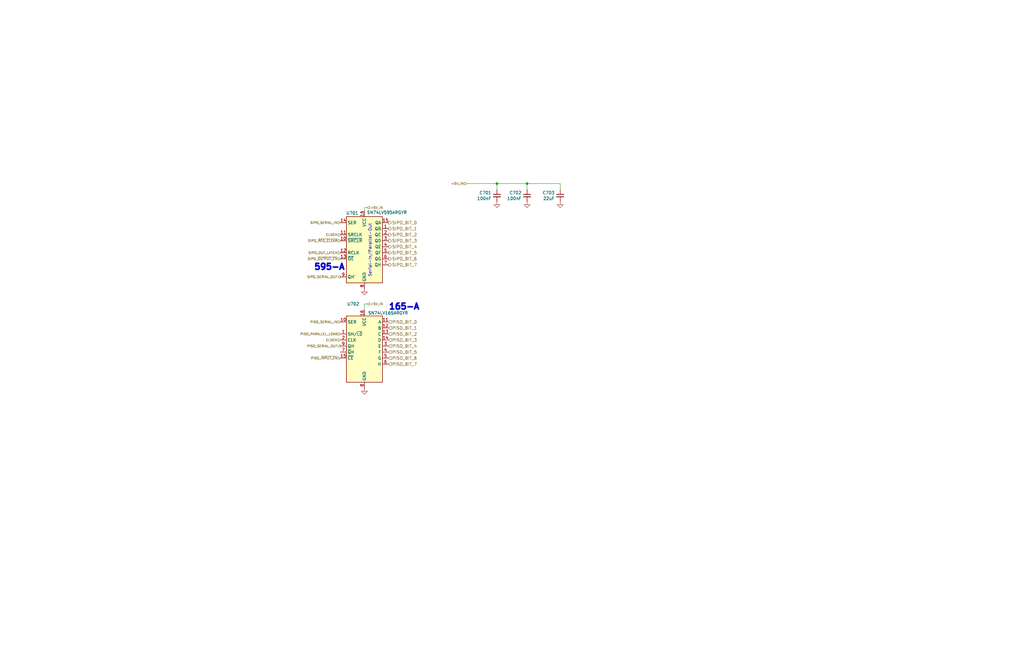
<source format=kicad_sch>
(kicad_sch (version 20250114) (generator "eeschema") (generator_version "9.0")
  (paper "B")
  (lib_symbols
    (symbol "74HC165_2"
      (property "Reference" "U12" (at 2.1433 22.86 0))
      (property "Value" "SN74LV165ARGYR" (at 2.1433 20.32 0))
      (symbol "74HC165_2_1_0"
        (pin input line (at -10.16 15.24 0) (length 2.54) (name "A") (number "11"))
        (pin input line (at -10.16 12.7 0) (length 2.54) (name "B") (number "12"))
        (pin input line (at -10.16 10.16 0) (length 2.54) (name "C") (number "13"))
        (pin input line (at -10.16 7.62 0) (length 2.54) (name "D") (number "14"))
        (pin input line (at -10.16 5.08 0) (length 2.54) (name "E") (number "3"))
        (pin input line (at -10.16 2.54 0) (length 2.54) (name "F") (number "4"))
        (pin input line (at -10.16 0 0) (length 2.54) (name "G") (number "5"))
        (pin input line (at -10.16 -2.54 0) (length 2.54) (name "H") (number "6"))
        (pin power_in line (at 0 20.32 270) (length 2.54) (name "VCC") (number "16"))
        (pin power_in line (at 0 -12.7 90) (length 2.54) (name "GND") (number "8"))
        (pin input line (at 10.16 15.24 180) (length 2.54) (name "SER") (number "10"))
        (pin input line (at 10.16 10.16 180) (length 2.54) (name "SH/~{LD}") (number "1"))
        (pin input line (at 10.16 7.62 180) (length 2.54) (name "CLK") (number "2"))
        (pin output line (at 10.16 5.08 180) (length 2.54) (name "QH") (number "9"))
        (pin output line (at 10.16 2.54 180) (length 2.54) (name "~{Q}H") (number "7"))
        (pin input line (at 10.16 0 180) (length 2.54) (name "~{CE}") (number "15"))
      )
      (symbol "74HC165_2_1_1"
        (rectangle (start -7.62 17.78) (end 7.62 -10.16) (stroke (width 0.254)) (fill (type background)))
      )
    )
    (symbol "74HC595_1"
      (property "Reference" "U110" (at -1.27 16.51 0))
      (property "Value" "SN74LV595ARGYR" (at -1.27 14.0857 0))
      (symbol "74HC595_1_1_0"
        (pin input line (at -10.16 10.16 0) (length 2.54) (name "SER") (number "14"))
        (pin input line (at -10.16 5.08 0) (length 2.54) (name "SRCLK") (number "11"))
        (pin input line (at -10.16 2.54 0) (length 2.54) (name "~{SRCLR}") (number "10"))
        (pin input line (at -10.16 -2.54 0) (length 2.54) (name "RCLK") (number "12"))
        (pin input line (at -10.16 -5.08 0) (length 2.54) (name "~{OE}") (number "13"))
        (pin output line (at -10.16 -12.7 0) (length 2.54) (name "QH'") (number "9"))
        (pin power_in line (at 0 15.24 270) (length 2.54) (name "VCC") (number "16"))
        (pin power_in line (at 0 -17.78 90) (length 2.54) (name "GND") (number "8"))
        (pin tri_state line (at 10.16 10.16 180) (length 2.54) (name "QA") (number "15"))
        (pin tri_state line (at 10.16 7.62 180) (length 2.54) (name "QB") (number "1"))
        (pin tri_state line (at 10.16 5.08 180) (length 2.54) (name "QC") (number "2"))
        (pin tri_state line (at 10.16 2.54 180) (length 2.54) (name "QD") (number "3"))
        (pin tri_state line (at 10.16 0 180) (length 2.54) (name "QE") (number "4"))
        (pin tri_state line (at 10.16 -2.54 180) (length 2.54) (name "QF") (number "5"))
        (pin tri_state line (at 10.16 -5.08 180) (length 2.54) (name "QG") (number "6"))
        (pin tri_state line (at 10.16 -7.62 180) (length 2.54) (name "QH") (number "7"))
      )
      (symbol "74HC595_1_1_1"
        (rectangle (start -7.62 12.7) (end 7.62 -15.24) (stroke (width 0.254)) (fill (type background)))
      )
    )
    (symbol "Device:C_Small" (pin_numbers (hide yes)) (pin_names (offset 0.254) (hide yes))
      (property "Reference" "C" (at 0.254 1.778 0))
      (property "Value" "C_Small" (at 0.254 -2.032 0))
      (symbol "C_Small_0_1"
        (polyline (pts (xy -1.524 0.508) (xy 1.524 0.508)) (stroke (width 0.3048)))
        (polyline (pts (xy -1.524 -0.508) (xy 1.524 -0.508)) (stroke (width 0.3302)))
      )
      (symbol "C_Small_1_1"
        (pin passive line (at 0 2.54 270) (length 2.032) (name "~") (number "1"))
        (pin passive line (at 0 -2.54 90) (length 2.032) (name "~") (number "2"))
      )
    )
    (symbol "power:GND" (power) (pin_numbers (hide yes)) (pin_names (offset 0) (hide yes))
      (property "Value" "GND" (at 0 -3.81 0))
      (symbol "GND_0_1"
        (polyline (pts (xy 0 0) (xy 0 -1.27) (xy 1.27 -1.27) (xy 0 -2.54) (xy -1.27 -1.27) (xy 0 -1.27)))
      )
      (symbol "GND_1_1"
        (pin power_in line (at 0 0 270) (length 0) (name "~") (number "1"))
      )
    )
  )
  (text "Serial-In/Parallel-Out" (at 156.0583 105.664 90) (effects (font (size 1.27 1.27))))
  (text "595-A" (at 138.938 112.776 0) (effects (font (size 2.54 2.54) (thickness 1.016) (bold yes))))
  (text "165-A" (at 170.434 129.54 0) (effects (font (size 2.54 2.54) (thickness 1.016) (bold yes))))
  (junction (at 209.55 77.47))
  (junction (at 222.25 77.47))
  (wire (pts (xy 153.67 87.63) (xy 153.67 88.9)))
  (wire (pts (xy 209.55 77.47) (xy 222.25 77.47)))
  (wire (pts (xy 153.67 128.27) (xy 153.67 130.81)))
  (wire (pts (xy 222.25 77.47) (xy 222.25 80.01)))
  (wire (pts (xy 153.67 87.63) (xy 154.94 87.63)))
  (wire (pts (xy 154.94 128.27) (xy 153.67 128.27)))
  (wire (pts (xy 222.25 77.47) (xy 236.22 77.47)))
  (wire (pts (xy 209.55 80.01) (xy 209.55 77.47)))
  (wire (pts (xy 196.85 77.47) (xy 209.55 77.47)))
  (wire (pts (xy 236.22 77.47) (xy 236.22 80.01)))
  (hierarchical_label "SIPO_BIT_0" (shape output) (at 163.83 93.98 0))
  (hierarchical_label "SIPO_SERIAL_OUT" (shape output) (at 143.51 116.84 180) (effects (font (size 0.9906 0.9906))))
  (hierarchical_label "SIPO_BIT_3" (shape output) (at 163.83 101.6 0))
  (hierarchical_label "PISO_~{INPUT_EN}" (shape input) (at 143.51 151.13 180) (effects (font (size 0.9906 0.9906))))
  (hierarchical_label "PISO_BIT_7" (shape input) (at 163.83 153.67 0))
  (hierarchical_label "PISO_BIT_1" (shape input) (at 163.83 138.43 0))
  (hierarchical_label "PISO_BIT_4" (shape input) (at 163.83 146.05 0))
  (hierarchical_label "PISO_BIT_0" (shape input) (at 163.83 135.89 0))
  (hierarchical_label "PISO_SERIAL_IN" (shape input) (at 143.51 135.89 180) (effects (font (size 0.9906 0.9906))))
  (hierarchical_label "PISO_BIT_2" (shape input) (at 163.83 140.97 0))
  (hierarchical_label "SIPO_~{OUTPUT_EN}" (shape input) (at 143.51 109.22 180) (effects (font (size 0.9906 0.9906))))
  (hierarchical_label "SIPO_BIT_4" (shape output) (at 163.83 104.14 0))
  (hierarchical_label "PISO_PARALLEL_LOAD" (shape input) (at 143.51 140.97 180) (effects (font (size 0.9906 0.9906))))
  (hierarchical_label "SIPO_SERIAL_IN" (shape input) (at 143.51 93.98 180) (effects (font (size 0.9906 0.9906))))
  (hierarchical_label "PISO_SERIAL_OUT" (shape output) (at 143.51 146.05 180) (effects (font (size 0.9906 0.9906))))
  (hierarchical_label "SIPO_~{REG_CLEAR}" (shape input) (at 143.51 101.6 180) (effects (font (size 0.9906 0.9906))))
  (hierarchical_label "SIPO_BIT_1" (shape output) (at 163.83 96.52 0))
  (hierarchical_label "PISO_BIT_5" (shape input) (at 163.83 148.59 0))
  (hierarchical_label "SIPO_BIT_2" (shape output) (at 163.83 99.06 0))
  (hierarchical_label "+5V_IN" (shape input) (at 154.94 128.27 0) (effects (font (size 1 1))))
  (hierarchical_label "CLOCK" (shape input) (at 143.51 99.06 180) (effects (font (size 0.9906 0.9906))))
  (hierarchical_label "SIPO_BIT_5" (shape output) (at 163.83 106.68 0))
  (hierarchical_label "+5V_IN" (shape input) (at 196.85 77.47 180) (effects (font (size 1 1))))
  (hierarchical_label "SIPO_BIT_6" (shape output) (at 163.83 109.22 0))
  (hierarchical_label "PISO_BIT_6" (shape input) (at 163.83 151.13 0))
  (hierarchical_label "+5V_IN" (shape input) (at 154.94 87.63 0) (effects (font (size 1 1))))
  (hierarchical_label "SIPO_OUT_LATCH" (shape input) (at 143.51 106.68 180) (effects (font (size 0.9906 0.9906))))
  (hierarchical_label "CLOCK" (shape input) (at 143.51 143.51 180) (effects (font (size 0.9906 0.9906))))
  (hierarchical_label "PISO_BIT_3" (shape input) (at 163.83 143.51 0))
  (hierarchical_label "SIPO_BIT_7" (shape output) (at 163.83 111.76 0))
  (symbol (lib_id "Device:C_Small") (at 236.22 82.55 0) (unit 1)
    (property "Reference" "C703" (at 233.8959 81.3441 0) (effects (justify right)))
    (property "Value" "22uF" (at 233.8959 83.7684 0) (effects (justify right)))
    (property "Footprint" "Capacitor_SMD:C_0603_1608Metric" (effects (hide yes)))
    (property "Description" "Unpolarized capacitor, small symbol" (effects (hide yes)))
  )
  (symbol (lib_id "power:GND") (at 153.67 121.92 0) (unit 1)
    (property "Reference" "#PWR0704" (effects (hide yes)))
    (property "Value" "GND" (effects (hide yes)))
    (property "Description" "Power symbol creates a global label with name \"GND\" , ground" (effects (hide yes)))
  )
  (symbol (lib_id "power:GND") (at 236.22 85.09 0) (unit 1)
    (property "Reference" "#PWR0703" (effects (hide yes)))
    (property "Value" "GND" (effects (hide yes)))
    (property "Description" "Power symbol creates a global label with name \"GND\" , ground" (effects (hide yes)))
  )
  (symbol (lib_id "power:GND") (at 222.25 85.09 0) (mirror y) (unit 1)
    (property "Reference" "#PWR0702" (effects (hide yes)))
    (property "Value" "GND" (effects (hide yes)))
    (property "Description" "Power symbol creates a global label with name \"GND\" , ground" (effects (hide yes)))
  )
  (symbol (lib_id "power:GND") (at 209.55 85.09 0) (mirror y) (unit 1)
    (property "Reference" "#PWR0701" (effects (hide yes)))
    (property "Value" "GND" (effects (hide yes)))
    (property "Description" "Power symbol creates a global label with name \"GND\" , ground" (effects (hide yes)))
  )
  (symbol (lib_name "74HC595_1") (lib_id "74xx:74HC595") (at 153.67 104.14 0) (unit 1)
    (property "Reference" "U701" (at 151.13 89.916 0) (effects (justify right)))
    (property "Value" "SN74LV595ARGYR" (at 154.686 89.662 0) (effects (justify left)))
    (property "Footprint" "Libraries:RGY16_2P55X2P05" (effects (hide yes)))
    (property "Datasheet" "https://www.ti.com/lit/ds/symlink/sn74hc595.pdf" (effects (hide yes)))
    (property "Description" "8-bit serial in/out Shift Register 3-State Outputs" (effects (hide yes)))
    (property "DigiKey" "https://www.digikey.com/en/products/detail/texas-instruments/SN74LV595ARGYR/521526" (effects (hide yes)))
  )
  (symbol (lib_id "Device:C_Small") (at 209.55 82.55 0) (mirror y) (unit 1)
    (property "Reference" "C701" (at 207.2259 81.3441 0) (effects (justify left)))
    (property "Value" "100nF" (at 207.2259 83.7684 0) (effects (justify left)))
    (property "Footprint" "Capacitor_SMD:C_0402_1005Metric" (effects (hide yes)))
    (property "Description" "Unpolarized capacitor, small symbol" (effects (hide yes)))
  )
  (symbol (lib_id "power:GND") (at 153.67 163.83 0) (unit 1)
    (property "Reference" "#PWR0705" (effects (hide yes)))
    (property "Value" "GND" (effects (hide yes)))
    (property "Description" "Power symbol creates a global label with name \"GND\" , ground" (effects (hide yes)))
  )
  (symbol (lib_id "Device:C_Small") (at 222.25 82.55 0) (mirror y) (unit 1)
    (property "Reference" "C702" (at 219.9259 81.3441 0) (effects (justify left)))
    (property "Value" "100nF" (at 219.9259 83.7684 0) (effects (justify left)))
    (property "Footprint" "Capacitor_SMD:C_0402_1005Metric" (effects (hide yes)))
    (property "Description" "Unpolarized capacitor, small symbol" (effects (hide yes)))
  )
  (symbol (lib_name "74HC165_2") (lib_id "74xx:74HC165") (at 153.67 151.13 0) (mirror y) (unit 1)
    (property "Reference" "U702" (at 151.5267 128.27 0) (effects (justify left)))
    (property "Value" "SN74LV165ARGYR" (at 155.194 132.08 0) (effects (justify right)))
    (property "Footprint" "Libraries:RGY16_2P55X2P05" (effects (hide yes)))
    (property "Datasheet" "https://assets.nexperia.com/documents/data-sheet/74HC_HCT165.pdf" (effects (hide yes)))
    (property "Description" "Shift Register, 8-bit, Parallel Load" (effects (hide yes)))
  )
)
</source>
